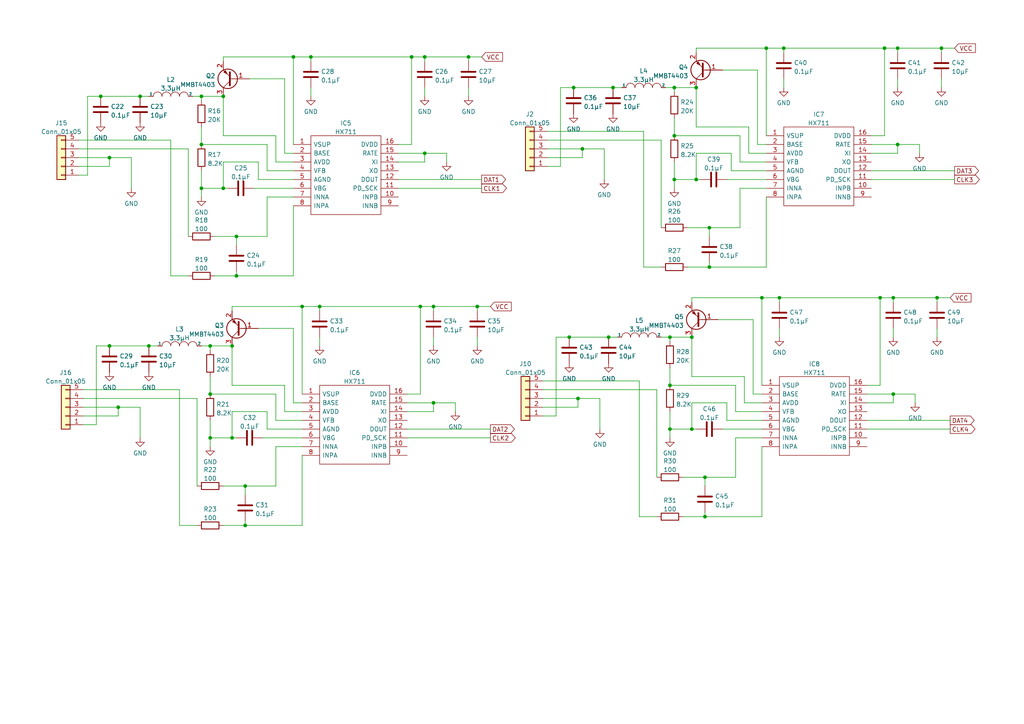
<source format=kicad_sch>
(kicad_sch (version 20211123) (generator eeschema)
  (paper "A4")
  (title_block (title "HX711") (date "2022-12-03") (rev "V0.1"))
  (lib_symbols
    (symbol "Connector_Generic:Conn_01x05" (pin_names (offset 1.016) hide)
      (property "Reference" "J" (at 0 7.62 0))
      (property "Value" "Conn_01x05" (at 0 -7.62 0))
      (symbol "Conn_01x05_1_1"
        (rectangle (start -1.27 -4.953) (end 0 -5.207) (stroke (width 0.1524)))
        (rectangle (start -1.27 -2.413) (end 0 -2.667) (stroke (width 0.1524)))
        (rectangle (start -1.27 0.127) (end 0 -0.127) (stroke (width 0.1524)))
        (rectangle (start -1.27 2.667) (end 0 2.413) (stroke (width 0.1524)))
        (rectangle (start -1.27 5.207) (end 0 4.953) (stroke (width 0.1524)))
        (rectangle (start -1.27 6.35) (end 1.27 -6.35) (stroke (width 0.254)) (fill (type background)))
        (pin passive line (at -5.08 5.08 0) (length 3.81) (name "Pin_1") (number "1"))
        (pin passive line (at -5.08 2.54 0) (length 3.81) (name "Pin_2") (number "2"))
        (pin passive line (at -5.08 0 0) (length 3.81) (name "Pin_3") (number "3"))
        (pin passive line (at -5.08 -2.54 0) (length 3.81) (name "Pin_4") (number "4"))
        (pin passive line (at -5.08 -5.08 0) (length 3.81) (name "Pin_5") (number "5"))
      )
    )
    (symbol "Device:C" (pin_numbers hide) (pin_names (offset 0.254))
      (property "Reference" "C" (at 0.635 2.54 0))
      (property "Value" "C" (at 0.635 -2.54 0))
      (symbol "C_0_1"
        (polyline (pts (xy -2.032 -0.762) (xy 2.032 -0.762)) (stroke (width 0.508)))
        (polyline (pts (xy -2.032 0.762) (xy 2.032 0.762)) (stroke (width 0.508)))
      )
      (symbol "C_1_1"
        (pin passive line (at 0 3.81 270) (length 2.794) (name "~") (number "1"))
        (pin passive line (at 0 -3.81 90) (length 2.794) (name "~") (number "2"))
      )
    )
    (symbol "Device:R" (pin_numbers hide) (pin_names (offset 0))
      (property "Reference" "R" (at 2.032 0 90))
      (property "Value" "R" (at 0 0 90))
      (symbol "R_0_1"
        (rectangle (start -1.016 -2.54) (end 1.016 2.54) (stroke (width 0.254)))
      )
      (symbol "R_1_1"
        (pin passive line (at 0 3.81 270) (length 1.27) (name "~") (number "1"))
        (pin passive line (at 0 -3.81 90) (length 1.27) (name "~") (number "2"))
      )
    )
    (symbol "HX711:HX711" (pin_names (offset 0.762))
      (property "Reference" "IC" (at 26.67 7.62 0))
      (property "Value" "HX711" (at 26.67 5.08 0))
      (symbol "HX711_0_0"
        (pin passive line (at 0 0 0) (length 5.08) (name "VSUP") (number "1"))
        (pin passive line (at 30.48 -15.24 180) (length 5.08) (name "INPB") (number "10"))
        (pin passive line (at 30.48 -12.7 180) (length 5.08) (name "PD_SCK") (number "11"))
        (pin passive line (at 30.48 -10.16 180) (length 5.08) (name "DOUT") (number "12"))
        (pin passive line (at 30.48 -7.62 180) (length 5.08) (name "XO") (number "13"))
        (pin passive line (at 30.48 -5.08 180) (length 5.08) (name "XI") (number "14"))
        (pin passive line (at 30.48 -2.54 180) (length 5.08) (name "RATE") (number "15"))
        (pin passive line (at 30.48 0 180) (length 5.08) (name "DVDD") (number "16"))
        (pin passive line (at 0 -2.54 0) (length 5.08) (name "BASE") (number "2"))
        (pin passive line (at 0 -5.08 0) (length 5.08) (name "AVDD") (number "3"))
        (pin passive line (at 0 -7.62 0) (length 5.08) (name "VFB") (number "4"))
        (pin passive line (at 0 -10.16 0) (length 5.08) (name "AGND") (number "5"))
        (pin passive line (at 0 -12.7 0) (length 5.08) (name "VBG") (number "6"))
        (pin passive line (at 0 -15.24 0) (length 5.08) (name "INNA") (number "7"))
        (pin passive line (at 0 -17.78 0) (length 5.08) (name "INPA") (number "8"))
        (pin passive line (at 30.48 -17.78 180) (length 5.08) (name "INNB") (number "9"))
      )
      (symbol "HX711_0_1"
        (polyline (pts (xy 5.08 2.54) (xy 25.4 2.54) (xy 25.4 -20.32) (xy 5.08 -20.32) (xy 5.08 2.54)) (stroke (width 0.1524)))
      )
    )
    (symbol "Transistor_BJT:MMBTA92" (pin_names (offset 0) hide)
      (property "Reference" "Q" (at 5.08 1.905 0))
      (property "Value" "MMBTA92" (at 5.08 0 0))
      (symbol "MMBTA92_0_1"
        (polyline (pts (xy 0 0) (xy 0.635 0)))
        (polyline (pts (xy 2.54 -2.54) (xy 0.635 -0.635)))
        (polyline (pts (xy 2.54 2.54) (xy 0.635 0.635)))
        (polyline (pts (xy 0.635 1.905) (xy 0.635 -1.905) (xy 0.635 -1.905)) (stroke (width 0.508)) (fill (type outline)))
        (polyline (pts (xy 1.905 -2.413) (xy 2.413 -1.905) (xy 1.397 -1.397) (xy 1.905 -2.413) (xy 1.905 -2.413)) (fill (type outline)))
        (circle (center 1.27 0) (radius 2.8194) (stroke (width 0.254)))
      )
      (symbol "MMBTA92_1_1"
        (pin input line (at -5.08 0 0) (length 5.08) (name "B") (number "1"))
        (pin passive line (at 2.54 -5.08 90) (length 2.54) (name "E") (number "2"))
        (pin passive line (at 2.54 5.08 270) (length 2.54) (name "C") (number "3"))
      )
    )
    (symbol "power:GND" (power) (pin_names (offset 0))
      (property "Value" "GND" (at 0 -3.81 0))
      (symbol "GND_0_1"
        (polyline (pts (xy 0 0) (xy 0 -1.27) (xy 1.27 -1.27) (xy 0 -2.54) (xy -1.27 -1.27) (xy 0 -1.27)))
      )
      (symbol "GND_1_1"
        (pin power_in line (at 0 0 270) (length 0) hide (name "GND") (number "1"))
      )
    )
    (symbol "pspice:INDUCTOR" (pin_numbers hide) (pin_names (offset 0))
      (property "Reference" "L" (at 0 2.54 0))
      (property "Value" "INDUCTOR" (at 0 -1.27 0))
      (symbol "INDUCTOR_0_1"
        (arc (start -2.54 0) (mid -3.81 1.27) (end -5.08 0))
        (arc (start 0 0) (mid -1.27 1.27) (end -2.54 0))
        (arc (start 2.54 0) (mid 1.27 1.27) (end 0 0))
        (arc (start 5.08 0) (mid 3.81 1.27) (end 2.54 0))
      )
      (symbol "INDUCTOR_1_1"
        (pin input line (at -6.35 0 0) (length 1.27) (name "1") (number "1"))
        (pin input line (at 6.35 0 180) (length 1.27) (name "2") (number "2"))
      )
    )
  )
  (junction (at 40.64 27.94))
  (junction (at 71.12 152.4))
  (junction (at 260.35 41.91))
  (junction (at 227.33 13.97))
  (junction (at 204.47 138.43))
  (junction (at 31.75 45.72))
  (junction (at 167.64 115.57))
  (junction (at 68.58 68.58))
  (junction (at 200.66 124.46))
  (junction (at 34.29 118.11))
  (junction (at 123.19 44.45))
  (junction (at 90.17 16.51))
  (junction (at 168.91 43.18))
  (junction (at 204.47 149.86))
  (junction (at 71.12 140.97))
  (junction (at 60.96 114.3))
  (junction (at 125.73 116.84))
  (junction (at 177.8 25.4))
  (junction (at 29.21 27.94))
  (junction (at 220.98 86.36))
  (junction (at 201.93 25.4))
  (junction (at 176.53 97.79))
  (junction (at 58.42 54.61))
  (junction (at 64.77 27.94))
  (junction (at 135.89 16.51))
  (junction (at 67.31 127))
  (junction (at 259.08 114.3))
  (junction (at 123.19 16.51))
  (junction (at 205.74 66.04))
  (junction (at 205.74 77.47))
  (junction (at 64.77 54.61))
  (junction (at 195.58 25.4))
  (junction (at 260.35 13.97))
  (junction (at 226.06 86.36))
  (junction (at 138.43 88.9))
  (junction (at 271.78 86.36))
  (junction (at 87.63 88.9))
  (junction (at 121.92 88.9))
  (junction (at 259.08 86.36))
  (junction (at 92.71 88.9))
  (junction (at 166.37 25.4))
  (junction (at 125.73 88.9))
  (junction (at 194.31 111.76))
  (junction (at 165.1 97.79))
  (junction (at 255.27 86.36))
  (junction (at 195.58 39.37))
  (junction (at 119.38 16.51))
  (junction (at 43.18 100.33))
  (junction (at 60.96 100.33))
  (junction (at 273.05 13.97))
  (junction (at 195.58 52.07))
  (junction (at 194.31 124.46))
  (junction (at 58.42 27.94))
  (junction (at 201.93 52.07))
  (junction (at 58.42 41.91))
  (junction (at 60.96 127))
  (junction (at 222.25 13.97))
  (junction (at 194.31 97.79))
  (junction (at 256.54 13.97))
  (junction (at 200.66 97.79))
  (junction (at 31.75 100.33))
  (junction (at 67.31 100.33))
  (junction (at 85.09 16.51))
  (junction (at 68.58 80.01))
  (wire (pts (xy 259.08 86.36) (xy 271.78 86.36)))
  (wire (pts (xy 135.89 16.51) (xy 139.7 16.51)))
  (wire (pts (xy 77.47 41.91) (xy 58.42 41.91)))
  (wire (pts (xy 251.46 116.84) (xy 259.08 116.84)))
  (wire (pts (xy 259.08 114.3) (xy 259.08 116.84)))
  (wire (pts (xy 190.5 138.43) (xy 190.5 113.03)))
  (wire (pts (xy 205.74 77.47) (xy 222.25 77.47)))
  (wire (pts (xy 67.31 90.17) (xy 67.31 88.9)))
  (wire (pts (xy 168.91 43.18) (xy 158.75 43.18)))
  (wire (pts (xy 71.12 140.97) (xy 71.12 143.51)))
  (wire (pts (xy 175.26 43.18) (xy 168.91 43.18)))
  (wire (pts (xy 213.36 119.38) (xy 213.36 111.76)))
  (wire (pts (xy 67.31 100.33) (xy 67.31 111.76)))
  (wire (pts (xy 220.98 149.86) (xy 220.98 129.54)))
  (wire (pts (xy 58.42 36.83) (xy 58.42 41.91)))
  (wire (pts (xy 92.71 88.9) (xy 121.92 88.9)))
  (wire (pts (xy 29.21 27.94) (xy 40.64 27.94)))
  (wire (pts (xy 71.12 151.13) (xy 71.12 152.4)))
  (wire (pts (xy 195.58 52.07) (xy 195.58 54.61)))
  (wire (pts (xy 186.69 38.1) (xy 186.69 77.47)))
  (wire (pts (xy 214.63 66.04) (xy 214.63 54.61)))
  (wire (pts (xy 60.96 121.92) (xy 60.96 127)))
  (wire (pts (xy 213.36 111.76) (xy 194.31 111.76)))
  (wire (pts (xy 177.8 25.4) (xy 180.34 25.4)))
  (wire (pts (xy 87.63 88.9) (xy 87.63 114.3)))
  (wire (pts (xy 195.58 46.99) (xy 195.58 52.07)))
  (wire (pts (xy 115.57 54.61) (xy 139.7 54.61)))
  (wire (pts (xy 195.58 26.67) (xy 195.58 25.4)))
  (wire (pts (xy 138.43 88.9) (xy 142.24 88.9)))
  (wire (pts (xy 73.66 54.61) (xy 85.09 54.61)))
  (wire (pts (xy 176.53 97.79) (xy 179.07 97.79)))
  (wire (pts (xy 252.73 49.53) (xy 276.86 49.53)))
  (wire (pts (xy 220.98 119.38) (xy 213.36 119.38)))
  (wire (pts (xy 205.74 66.04) (xy 205.74 68.58)))
  (wire (pts (xy 200.66 86.36) (xy 220.98 86.36)))
  (wire (pts (xy 80.01 46.99) (xy 85.09 46.99)))
  (wire (pts (xy 123.19 16.51) (xy 123.19 17.78)))
  (wire (pts (xy 31.75 48.26) (xy 31.75 45.72)))
  (wire (pts (xy 119.38 41.91) (xy 115.57 41.91)))
  (wire (pts (xy 54.61 43.18) (xy 22.86 43.18)))
  (wire (pts (xy 191.77 97.79) (xy 194.31 97.79)))
  (wire (pts (xy 226.06 86.36) (xy 255.27 86.36)))
  (wire (pts (xy 255.27 86.36) (xy 259.08 86.36)))
  (wire (pts (xy 82.55 119.38) (xy 87.63 119.38)))
  (wire (pts (xy 67.31 119.38) (xy 77.47 119.38)))
  (wire (pts (xy 201.93 25.4) (xy 201.93 36.83)))
  (wire (pts (xy 74.93 95.25) (xy 85.09 95.25)))
  (wire (pts (xy 227.33 13.97) (xy 227.33 15.24)))
  (wire (pts (xy 64.77 27.94) (xy 64.77 39.37)))
  (wire (pts (xy 71.12 152.4) (xy 87.63 152.4)))
  (wire (pts (xy 60.96 100.33) (xy 67.31 100.33)))
  (wire (pts (xy 205.74 76.2) (xy 205.74 77.47)))
  (wire (pts (xy 58.42 54.61) (xy 64.77 54.61)))
  (wire (pts (xy 173.99 124.46) (xy 173.99 115.57)))
  (wire (pts (xy 90.17 16.51) (xy 119.38 16.51)))
  (wire (pts (xy 34.29 118.11) (xy 24.13 118.11)))
  (wire (pts (xy 80.01 114.3) (xy 60.96 114.3)))
  (wire (pts (xy 67.31 88.9) (xy 87.63 88.9)))
  (wire (pts (xy 123.19 25.4) (xy 123.19 27.94)))
  (wire (pts (xy 210.82 116.84) (xy 210.82 121.92)))
  (wire (pts (xy 266.7 41.91) (xy 266.7 44.45)))
  (wire (pts (xy 220.98 86.36) (xy 226.06 86.36)))
  (wire (pts (xy 125.73 88.9) (xy 125.73 90.17)))
  (wire (pts (xy 226.06 95.25) (xy 226.06 97.79)))
  (wire (pts (xy 209.55 124.46) (xy 220.98 124.46)))
  (wire (pts (xy 92.71 88.9) (xy 92.71 90.17)))
  (wire (pts (xy 119.38 16.51) (xy 123.19 16.51)))
  (wire (pts (xy 80.01 129.54) (xy 87.63 129.54)))
  (wire (pts (xy 218.44 92.71) (xy 218.44 114.3)))
  (wire (pts (xy 260.35 41.91) (xy 260.35 44.45)))
  (wire (pts (xy 87.63 121.92) (xy 80.01 121.92)))
  (wire (pts (xy 49.53 40.64) (xy 49.53 80.01)))
  (wire (pts (xy 55.88 27.94) (xy 58.42 27.94)))
  (wire (pts (xy 201.93 52.07) (xy 201.93 44.45)))
  (wire (pts (xy 157.48 118.11) (xy 167.64 118.11)))
  (wire (pts (xy 40.64 127) (xy 40.64 118.11)))
  (wire (pts (xy 58.42 27.94) (xy 64.77 27.94)))
  (wire (pts (xy 220.98 86.36) (xy 220.98 111.76)))
  (wire (pts (xy 260.35 13.97) (xy 273.05 13.97)))
  (wire (pts (xy 227.33 22.86) (xy 227.33 25.4)))
  (wire (pts (xy 132.08 116.84) (xy 132.08 119.38)))
  (wire (pts (xy 27.94 123.19) (xy 24.13 123.19)))
  (wire (pts (xy 215.9 109.22) (xy 215.9 116.84)))
  (wire (pts (xy 68.58 68.58) (xy 68.58 71.12)))
  (wire (pts (xy 255.27 86.36) (xy 255.27 111.76)))
  (wire (pts (xy 123.19 16.51) (xy 135.89 16.51)))
  (wire (pts (xy 82.55 22.86) (xy 82.55 44.45)))
  (wire (pts (xy 58.42 54.61) (xy 58.42 57.15)))
  (wire (pts (xy 273.05 13.97) (xy 276.86 13.97)))
  (wire (pts (xy 204.47 149.86) (xy 220.98 149.86)))
  (wire (pts (xy 190.5 113.03) (xy 157.48 113.03)))
  (wire (pts (xy 162.56 25.4) (xy 166.37 25.4)))
  (wire (pts (xy 222.25 41.91) (xy 219.71 41.91)))
  (wire (pts (xy 256.54 13.97) (xy 260.35 13.97)))
  (wire (pts (xy 271.78 86.36) (xy 271.78 87.63)))
  (wire (pts (xy 138.43 88.9) (xy 138.43 90.17)))
  (wire (pts (xy 200.66 97.79) (xy 200.66 109.22)))
  (wire (pts (xy 68.58 80.01) (xy 85.09 80.01)))
  (wire (pts (xy 85.09 95.25) (xy 85.09 116.84)))
  (wire (pts (xy 67.31 111.76) (xy 82.55 111.76)))
  (wire (pts (xy 64.77 152.4) (xy 71.12 152.4)))
  (wire (pts (xy 195.58 34.29) (xy 195.58 39.37)))
  (wire (pts (xy 222.25 46.99) (xy 214.63 46.99)))
  (wire (pts (xy 74.93 52.07) (xy 85.09 52.07)))
  (wire (pts (xy 203.2 52.07) (xy 201.93 52.07)))
  (wire (pts (xy 68.58 127) (xy 67.31 127)))
  (wire (pts (xy 92.71 97.79) (xy 92.71 100.33)))
  (wire (pts (xy 214.63 39.37) (xy 195.58 39.37)))
  (wire (pts (xy 85.09 16.51) (xy 90.17 16.51)))
  (wire (pts (xy 135.89 16.51) (xy 135.89 17.78)))
  (wire (pts (xy 251.46 114.3) (xy 259.08 114.3)))
  (wire (pts (xy 118.11 127) (xy 142.24 127)))
  (wire (pts (xy 60.96 101.6) (xy 60.96 100.33)))
  (wire (pts (xy 25.4 27.94) (xy 29.21 27.94)))
  (wire (pts (xy 80.01 140.97) (xy 71.12 140.97)))
  (wire (pts (xy 260.35 41.91) (xy 266.7 41.91)))
  (wire (pts (xy 252.73 41.91) (xy 260.35 41.91)))
  (wire (pts (xy 80.01 140.97) (xy 80.01 129.54)))
  (wire (pts (xy 212.09 49.53) (xy 222.25 49.53)))
  (wire (pts (xy 185.42 110.49) (xy 185.42 149.86)))
  (wire (pts (xy 64.77 16.51) (xy 85.09 16.51)))
  (wire (pts (xy 256.54 39.37) (xy 252.73 39.37)))
  (wire (pts (xy 60.96 127) (xy 67.31 127)))
  (wire (pts (xy 40.64 27.94) (xy 43.18 27.94)))
  (wire (pts (xy 200.66 116.84) (xy 210.82 116.84)))
  (wire (pts (xy 52.07 113.03) (xy 52.07 152.4)))
  (wire (pts (xy 62.23 68.58) (xy 68.58 68.58)))
  (wire (pts (xy 76.2 127) (xy 87.63 127)))
  (wire (pts (xy 60.96 109.22) (xy 60.96 114.3)))
  (wire (pts (xy 157.48 110.49) (xy 185.42 110.49)))
  (wire (pts (xy 118.11 124.46) (xy 142.24 124.46)))
  (wire (pts (xy 273.05 13.97) (xy 273.05 15.24)))
  (wire (pts (xy 40.64 118.11) (xy 34.29 118.11)))
  (wire (pts (xy 85.09 49.53) (xy 77.47 49.53)))
  (wire (pts (xy 85.09 16.51) (xy 85.09 41.91)))
  (wire (pts (xy 226.06 86.36) (xy 226.06 87.63)))
  (wire (pts (xy 217.17 44.45) (xy 222.25 44.45)))
  (wire (pts (xy 199.39 66.04) (xy 205.74 66.04)))
  (wire (pts (xy 87.63 152.4) (xy 87.63 132.08)))
  (wire (pts (xy 80.01 39.37) (xy 80.01 46.99)))
  (wire (pts (xy 213.36 127) (xy 220.98 127)))
  (wire (pts (xy 214.63 66.04) (xy 205.74 66.04)))
  (wire (pts (xy 66.04 54.61) (xy 64.77 54.61)))
  (wire (pts (xy 31.75 100.33) (xy 43.18 100.33)))
  (wire (pts (xy 256.54 13.97) (xy 256.54 39.37)))
  (wire (pts (xy 161.29 120.65) (xy 157.48 120.65)))
  (wire (pts (xy 194.31 119.38) (xy 194.31 124.46)))
  (wire (pts (xy 251.46 124.46) (xy 275.59 124.46)))
  (wire (pts (xy 77.47 49.53) (xy 77.47 41.91)))
  (wire (pts (xy 158.75 38.1) (xy 186.69 38.1)))
  (wire (pts (xy 85.09 44.45) (xy 82.55 44.45)))
  (wire (pts (xy 220.98 114.3) (xy 218.44 114.3)))
  (wire (pts (xy 213.36 138.43) (xy 204.47 138.43)))
  (wire (pts (xy 38.1 45.72) (xy 31.75 45.72)))
  (wire (pts (xy 194.31 97.79) (xy 200.66 97.79)))
  (wire (pts (xy 195.58 52.07) (xy 201.93 52.07)))
  (wire (pts (xy 200.66 109.22) (xy 215.9 109.22)))
  (wire (pts (xy 204.47 148.59) (xy 204.47 149.86)))
  (wire (pts (xy 161.29 97.79) (xy 165.1 97.79)))
  (wire (pts (xy 49.53 80.01) (xy 54.61 80.01)))
  (wire (pts (xy 210.82 52.07) (xy 222.25 52.07)))
  (wire (pts (xy 64.77 39.37) (xy 80.01 39.37)))
  (wire (pts (xy 208.28 92.71) (xy 218.44 92.71)))
  (wire (pts (xy 90.17 25.4) (xy 90.17 27.94)))
  (wire (pts (xy 194.31 99.06) (xy 194.31 97.79)))
  (wire (pts (xy 34.29 120.65) (xy 34.29 118.11)))
  (wire (pts (xy 67.31 127) (xy 67.31 119.38)))
  (wire (pts (xy 68.58 78.74) (xy 68.58 80.01)))
  (wire (pts (xy 199.39 77.47) (xy 205.74 77.47)))
  (wire (pts (xy 125.73 97.79) (xy 125.73 100.33)))
  (wire (pts (xy 259.08 86.36) (xy 259.08 87.63)))
  (wire (pts (xy 222.25 13.97) (xy 222.25 39.37)))
  (wire (pts (xy 201.93 36.83) (xy 217.17 36.83)))
  (wire (pts (xy 194.31 124.46) (xy 200.66 124.46)))
  (wire (pts (xy 213.36 138.43) (xy 213.36 127)))
  (wire (pts (xy 82.55 111.76) (xy 82.55 119.38)))
  (wire (pts (xy 115.57 46.99) (xy 123.19 46.99)))
  (wire (pts (xy 64.77 17.78) (xy 64.77 16.51)))
  (wire (pts (xy 271.78 95.25) (xy 271.78 97.79)))
  (wire (pts (xy 215.9 116.84) (xy 220.98 116.84)))
  (wire (pts (xy 198.12 138.43) (xy 204.47 138.43)))
  (wire (pts (xy 64.77 46.99) (xy 74.93 46.99)))
  (wire (pts (xy 227.33 13.97) (xy 256.54 13.97)))
  (wire (pts (xy 222.25 13.97) (xy 227.33 13.97)))
  (wire (pts (xy 115.57 52.07) (xy 139.7 52.07)))
  (wire (pts (xy 90.17 16.51) (xy 90.17 17.78)))
  (wire (pts (xy 24.13 113.03) (xy 52.07 113.03)))
  (wire (pts (xy 80.01 121.92) (xy 80.01 114.3)))
  (wire (pts (xy 191.77 40.64) (xy 158.75 40.64)))
  (wire (pts (xy 77.47 124.46) (xy 87.63 124.46)))
  (wire (pts (xy 58.42 100.33) (xy 60.96 100.33)))
  (wire (pts (xy 158.75 45.72) (xy 168.91 45.72)))
  (wire (pts (xy 200.66 87.63) (xy 200.66 86.36)))
  (wire (pts (xy 52.07 152.4) (xy 57.15 152.4)))
  (wire (pts (xy 27.94 100.33) (xy 27.94 123.19)))
  (wire (pts (xy 62.23 80.01) (xy 68.58 80.01)))
  (wire (pts (xy 57.15 115.57) (xy 24.13 115.57)))
  (wire (pts (xy 259.08 114.3) (xy 265.43 114.3)))
  (wire (pts (xy 38.1 54.61) (xy 38.1 45.72)))
  (wire (pts (xy 87.63 116.84) (xy 85.09 116.84)))
  (wire (pts (xy 119.38 16.51) (xy 119.38 41.91)))
  (wire (pts (xy 195.58 25.4) (xy 201.93 25.4)))
  (wire (pts (xy 251.46 121.92) (xy 275.59 121.92)))
  (wire (pts (xy 204.47 138.43) (xy 204.47 140.97)))
  (wire (pts (xy 58.42 29.21) (xy 58.42 27.94)))
  (wire (pts (xy 161.29 97.79) (xy 161.29 120.65)))
  (wire (pts (xy 162.56 48.26) (xy 158.75 48.26)))
  (wire (pts (xy 214.63 54.61) (xy 222.25 54.61)))
  (wire (pts (xy 60.96 127) (xy 60.96 129.54)))
  (wire (pts (xy 85.09 80.01) (xy 85.09 59.69)))
  (wire (pts (xy 168.91 45.72) (xy 168.91 43.18)))
  (wire (pts (xy 271.78 86.36) (xy 275.59 86.36)))
  (wire (pts (xy 201.93 15.24) (xy 201.93 13.97)))
  (wire (pts (xy 212.09 44.45) (xy 212.09 49.53)))
  (wire (pts (xy 118.11 116.84) (xy 125.73 116.84)))
  (wire (pts (xy 194.31 106.68) (xy 194.31 111.76)))
  (wire (pts (xy 200.66 124.46) (xy 200.66 116.84)))
  (wire (pts (xy 209.55 20.32) (xy 219.71 20.32)))
  (wire (pts (xy 201.93 44.45) (xy 212.09 44.45)))
  (wire (pts (xy 115.57 44.45) (xy 123.19 44.45)))
  (wire (pts (xy 162.56 25.4) (xy 162.56 48.26)))
  (wire (pts (xy 123.19 44.45) (xy 129.54 44.45)))
  (wire (pts (xy 64.77 140.97) (xy 71.12 140.97)))
  (wire (pts (xy 210.82 121.92) (xy 220.98 121.92)))
  (wire (pts (xy 260.35 13.97) (xy 260.35 15.24)))
  (wire (pts (xy 74.93 46.99) (xy 74.93 52.07)))
  (wire (pts (xy 125.73 116.84) (xy 125.73 119.38)))
  (wire (pts (xy 222.25 77.47) (xy 222.25 57.15)))
  (wire (pts (xy 167.64 118.11) (xy 167.64 115.57)))
  (wire (pts (xy 58.42 49.53) (xy 58.42 54.61)))
  (wire (pts (xy 166.37 25.4) (xy 177.8 25.4)))
  (wire (pts (xy 129.54 44.45) (xy 129.54 46.99)))
  (wire (pts (xy 175.26 52.07) (xy 175.26 43.18)))
  (wire (pts (xy 201.93 124.46) (xy 200.66 124.46)))
  (wire (pts (xy 87.63 88.9) (xy 92.71 88.9)))
  (wire (pts (xy 57.15 140.97) (xy 57.15 115.57)))
  (wire (pts (xy 135.89 25.4) (xy 135.89 27.94)))
  (wire (pts (xy 165.1 97.79) (xy 176.53 97.79)))
  (wire (pts (xy 77.47 68.58) (xy 68.58 68.58)))
  (wire (pts (xy 24.13 120.65) (xy 34.29 120.65)))
  (wire (pts (xy 125.73 116.84) (xy 132.08 116.84)))
  (wire (pts (xy 260.35 22.86) (xy 260.35 25.4)))
  (wire (pts (xy 31.75 45.72) (xy 22.86 45.72)))
  (wire (pts (xy 77.47 68.58) (xy 77.47 57.15)))
  (wire (pts (xy 27.94 100.33) (xy 31.75 100.33)))
  (wire (pts (xy 217.17 36.83) (xy 217.17 44.45)))
  (wire (pts (xy 125.73 88.9) (xy 138.43 88.9)))
  (wire (pts (xy 198.12 149.86) (xy 204.47 149.86)))
  (wire (pts (xy 185.42 149.86) (xy 190.5 149.86)))
  (wire (pts (xy 123.19 44.45) (xy 123.19 46.99)))
  (wire (pts (xy 22.86 48.26) (xy 31.75 48.26)))
  (wire (pts (xy 252.73 52.07) (xy 276.86 52.07)))
  (wire (pts (xy 121.92 114.3) (xy 118.11 114.3)))
  (wire (pts (xy 255.27 111.76) (xy 251.46 111.76)))
  (wire (pts (xy 22.86 40.64) (xy 49.53 40.64)))
  (wire (pts (xy 273.05 22.86) (xy 273.05 25.4)))
  (wire (pts (xy 72.39 22.86) (xy 82.55 22.86)))
  (wire (pts (xy 138.43 97.79) (xy 138.43 100.33)))
  (wire (pts (xy 43.18 100.33) (xy 45.72 100.33)))
  (wire (pts (xy 25.4 50.8) (xy 22.86 50.8)))
  (wire (pts (xy 191.77 66.04) (xy 191.77 40.64)))
  (wire (pts (xy 252.73 44.45) (xy 260.35 44.45)))
  (wire (pts (xy 265.43 114.3) (xy 265.43 116.84)))
  (wire (pts (xy 219.71 20.32) (xy 219.71 41.91)))
  (wire (pts (xy 121.92 88.9) (xy 121.92 114.3)))
  (wire (pts (xy 214.63 46.99) (xy 214.63 39.37)))
  (wire (pts (xy 54.61 68.58) (xy 54.61 43.18)))
  (wire (pts (xy 118.11 119.38) (xy 125.73 119.38)))
  (wire (pts (xy 64.77 54.61) (xy 64.77 46.99)))
  (wire (pts (xy 121.92 88.9) (xy 125.73 88.9)))
  (wire (pts (xy 77.47 57.15) (xy 85.09 57.15)))
  (wire (pts (xy 25.4 27.94) (xy 25.4 50.8)))
  (wire (pts (xy 173.99 115.57) (xy 167.64 115.57)))
  (wire (pts (xy 77.47 119.38) (xy 77.47 124.46)))
  (wire (pts (xy 194.31 124.46) (xy 194.31 127)))
  (wire (pts (xy 201.93 13.97) (xy 222.25 13.97)))
  (wire (pts (xy 193.04 25.4) (xy 195.58 25.4)))
  (wire (pts (xy 259.08 95.25) (xy 259.08 97.79)))
  (wire (pts (xy 186.69 77.47) (xy 191.77 77.47)))
  (wire (pts (xy 167.64 115.57) (xy 157.48 115.57)))
  (global_label "CLK1" (shape output) (at 139.7 54.61 0) (property "Intersheet References" "${INTERSHEET_REFS}" (effects hide)))
  (global_label "DAT1" (shape output) (at 139.7 52.07 0) (property "Intersheet References" "${INTERSHEET_REFS}" (effects hide)))
  (global_label "CLK2" (shape output) (at 142.24 127 0) (property "Intersheet References" "${INTERSHEET_REFS}" (effects hide)))
  (global_label "VCC" (shape input) (at 276.86 13.97 0) (property "Intersheet References" "${INTERSHEET_REFS}" (effects hide)))
  (global_label "VCC" (shape input) (at 275.59 86.36 0) (property "Intersheet References" "${INTERSHEET_REFS}" (effects hide)))
  (global_label "VCC" (shape input) (at 139.7 16.51 0) (property "Intersheet References" "${INTERSHEET_REFS}" (effects hide)))
  (global_label "DAT2" (shape output) (at 142.24 124.46 0) (property "Intersheet References" "${INTERSHEET_REFS}" (effects hide)))
  (global_label "VCC" (shape input) (at 142.24 88.9 0) (property "Intersheet References" "${INTERSHEET_REFS}" (effects hide)))
  (global_label "DAT4" (shape output) (at 275.59 121.92 0) (property "Intersheet References" "${INTERSHEET_REFS}" (effects hide)))
  (global_label "CLK3" (shape output) (at 276.86 52.07 0) (property "Intersheet References" "${INTERSHEET_REFS}" (effects hide)))
  (global_label "DAT3" (shape output) (at 276.86 49.53 0) (property "Intersheet References" "${INTERSHEET_REFS}" (effects hide)))
  (global_label "CLK4" (shape output) (at 275.59 124.46 0) (property "Intersheet References" "${INTERSHEET_REFS}" (effects hide)))
  (symbol (lib_id "power:GND") (at 259.08 97.79 0) (unit 1)
    (property "Reference" "#PWR0189" (effects hide))
    (property "Value" "GND" (at 259.08 102.2334 0))
  )
  (symbol (lib_id "Device:C") (at 29.21 31.75 0) (unit 1)
    (property "Reference" "C22" (at 32.131 30.9153 0) (effects (justify left)))
    (property "Value" "0.1µF" (at 32.131 33.4522 0) (effects (justify left)))
    (property "Footprint" "Capacitor_SMD:C_0603_1608Metric" (effects hide))
  )
  (symbol (lib_id "Device:C") (at 165.1 101.6 0) (unit 1)
    (property "Reference" "C43" (at 168.021 100.7653 0) (effects (justify left)))
    (property "Value" "0.1µF" (at 168.021 103.3022 0) (effects (justify left)))
    (property "Footprint" "Capacitor_SMD:C_0603_1608Metric" (effects hide))
  )
  (symbol (lib_id "Device:R") (at 194.31 102.87 0) (unit 1)
    (property "Reference" "R28" (at 196.088 102.0353 0) (effects (justify left)))
    (property "Value" "20K" (at 196.088 104.5722 0) (effects (justify left)))
    (property "Footprint" "Resistor_SMD:R_0603_1608Metric" (effects hide))
  )
  (symbol (lib_id "Device:C") (at 259.08 91.44 0) (unit 1)
    (property "Reference" "C48" (at 262.001 90.6053 0) (effects (justify left)))
    (property "Value" "0.1µF" (at 262.001 93.1422 0) (effects (justify left)))
    (property "Footprint" "Capacitor_SMD:C_0603_1608Metric" (effects hide))
  )
  (symbol (lib_id "Transistor_BJT:MMBTA92") (at 204.47 20.32 180) (unit 1)
    (property "Reference" "Q4" (at 199.6186 19.4853 0) (effects (justify left)))
    (property "Value" "MMBT4403" (at 199.6186 22.0222 0) (effects (justify left)))
    (property "Footprint" "Package_TO_SOT_SMD:SOT-23" (effects hide))
    (property "Datasheet" "https://www.onsemi.com/pub/Collateral/MMBTA92LT1-D.PDF" (effects hide))
  )
  (symbol (lib_id "power:GND") (at 31.75 107.95 0) (unit 1)
    (property "Reference" "#PWR0180" (effects hide))
    (property "Value" "GND" (at 31.75 112.3934 0))
  )
  (symbol (lib_id "power:GND") (at 60.96 129.54 0) (unit 1)
    (property "Reference" "#PWR0178" (effects hide))
    (property "Value" "GND" (at 60.96 133.9834 0))
  )
  (symbol (lib_id "power:GND") (at 29.21 35.56 0) (unit 1)
    (property "Reference" "#PWR0170" (effects hide))
    (property "Value" "GND" (at 29.21 40.0034 0))
  )
  (symbol (lib_id "Device:R") (at 195.58 30.48 0) (unit 1)
    (property "Reference" "R24" (at 197.358 29.6453 0) (effects (justify left)))
    (property "Value" "20K" (at 197.358 32.1822 0) (effects (justify left)))
    (property "Footprint" "Resistor_SMD:R_0603_1608Metric" (effects hide))
  )
  (symbol (lib_id "Transistor_BJT:MMBTA92") (at 203.2 92.71 180) (unit 1)
    (property "Reference" "Q5" (at 198.3486 91.8753 0) (effects (justify left)))
    (property "Value" "MMBT4403" (at 198.3486 94.4122 0) (effects (justify left)))
    (property "Footprint" "Package_TO_SOT_SMD:SOT-23" (effects hide))
    (property "Datasheet" "https://www.onsemi.com/pub/Collateral/MMBTA92LT1-D.PDF" (effects hide))
  )
  (symbol (lib_id "Device:C") (at 227.33 19.05 0) (unit 1)
    (property "Reference" "C40" (at 230.251 18.2153 0) (effects (justify left)))
    (property "Value" "0.1µF" (at 230.251 20.7522 0) (effects (justify left)))
    (property "Footprint" "Capacitor_SMD:C_0603_1608Metric" (effects hide))
  )
  (symbol (lib_id "Device:C") (at 207.01 52.07 90) (unit 1)
    (property "Reference" "C39" (at 207.01 46.2112 90))
    (property "Value" "0.1µF" (at 207.01 48.7481 90))
    (property "Footprint" "Capacitor_SMD:C_0603_1608Metric" (effects hide))
  )
  (symbol (lib_id "Device:C") (at 71.12 147.32 0) (unit 1)
    (property "Reference" "C31" (at 74.041 146.4853 0) (effects (justify left)))
    (property "Value" "0.1µF" (at 74.041 149.0222 0) (effects (justify left)))
    (property "Footprint" "Capacitor_SMD:C_0603_1608Metric" (effects hide))
  )
  (symbol (lib_id "pspice:INDUCTOR") (at 52.07 100.33 0) (unit 1)
    (property "Reference" "L3" (at 52.07 95.4872 0))
    (property "Value" "3.3µH" (at 52.07 98.0241 0))
    (property "Footprint" "Inductor_SMD:L_0603_1608Metric" (effects hide))
  )
  (symbol (lib_id "power:GND") (at 226.06 97.79 0) (unit 1)
    (property "Reference" "#PWR0187" (effects hide))
    (property "Value" "GND" (at 226.06 102.2334 0))
  )
  (symbol (lib_id "power:GND") (at 123.19 27.94 0) (unit 1)
    (property "Reference" "#PWR0167" (effects hide))
    (property "Value" "GND" (at 123.19 32.3834 0))
  )
  (symbol (lib_id "pspice:INDUCTOR") (at 49.53 27.94 0) (unit 1)
    (property "Reference" "L2" (at 49.53 23.0972 0))
    (property "Value" "3.3µH" (at 49.53 25.6341 0))
    (property "Footprint" "Inductor_SMD:L_0603_1608Metric" (effects hide))
  )
  (symbol (lib_id "power:GND") (at 166.37 33.02 0) (unit 1)
    (property "Reference" "#PWR0139" (effects hide))
    (property "Value" "GND" (at 166.37 37.4634 0))
  )
  (symbol (lib_id "Device:C") (at 90.17 21.59 0) (unit 1)
    (property "Reference" "C28" (at 93.091 20.7553 0) (effects (justify left)))
    (property "Value" "0.1µF" (at 93.091 23.2922 0) (effects (justify left)))
    (property "Footprint" "Capacitor_SMD:C_0603_1608Metric" (effects hide))
  )
  (symbol (lib_id "Device:R") (at 60.96 152.4 270) (unit 1)
    (property "Reference" "R23" (at 60.96 147.6842 90))
    (property "Value" "100" (at 60.96 150.2211 90))
    (property "Footprint" "Resistor_SMD:R_0603_1608Metric" (effects hide))
  )
  (symbol (lib_id "Device:R") (at 58.42 68.58 270) (unit 1)
    (property "Reference" "R18" (at 58.42 63.8642 90))
    (property "Value" "100" (at 58.42 66.4011 90))
    (property "Footprint" "Resistor_SMD:R_0603_1608Metric" (effects hide))
  )
  (symbol (lib_id "Device:C") (at 135.89 21.59 0) (unit 1)
    (property "Reference" "C27" (at 138.811 20.7553 0) (effects (justify left)))
    (property "Value" "10µF" (at 138.811 23.2922 0) (effects (justify left)))
    (property "Footprint" "Capacitor_SMD:C_0805_2012Metric" (effects hide))
  )
  (symbol (lib_id "power:GND") (at 176.53 105.41 0) (unit 1)
    (property "Reference" "#PWR0183" (effects hide))
    (property "Value" "GND" (at 176.53 109.8534 0))
  )
  (symbol (lib_id "Device:C") (at 177.8 29.21 0) (unit 1)
    (property "Reference" "C37" (at 180.721 28.3753 0) (effects (justify left)))
    (property "Value" "10µF" (at 180.721 30.9122 0) (effects (justify left)))
    (property "Footprint" "Capacitor_SMD:C_0805_2012Metric" (effects hide))
  )
  (symbol (lib_id "Connector_Generic:Conn_01x05") (at 153.67 43.18 180) (unit 1)
    (property "Reference" "J2" (at 153.67 33.1302 0))
    (property "Value" "Conn_01x05" (at 153.67 35.6671 0))
    (property "Footprint" "Empreintes:connecteurs5" (effects hide))
  )
  (symbol (lib_id "Device:R") (at 194.31 138.43 270) (unit 1)
    (property "Reference" "R30" (at 194.31 133.7142 90))
    (property "Value" "100" (at 194.31 136.2511 90))
    (property "Footprint" "Resistor_SMD:R_0603_1608Metric" (effects hide))
  )
  (symbol (lib_id "power:GND") (at 40.64 35.56 0) (unit 1)
    (property "Reference" "#PWR0171" (effects hide))
    (property "Value" "GND" (at 40.64 40.0034 0))
  )
  (symbol (lib_id "Device:R") (at 60.96 118.11 0) (unit 1)
    (property "Reference" "R21" (at 62.738 117.2753 0) (effects (justify left)))
    (property "Value" "8.2K" (at 62.738 119.8122 0) (effects (justify left)))
    (property "Footprint" "Resistor_SMD:R_0603_1608Metric" (effects hide))
  )
  (symbol (lib_id "pspice:INDUCTOR") (at 185.42 97.79 0) (unit 1)
    (property "Reference" "L5" (at 185.42 92.9472 0))
    (property "Value" "3.3µH" (at 185.42 95.4841 0))
    (property "Footprint" "Inductor_SMD:L_0603_1608Metric" (effects hide))
  )
  (symbol (lib_id "Connector_Generic:Conn_01x05") (at 17.78 45.72 180) (unit 1)
    (property "Reference" "J15" (at 17.78 35.6702 0))
    (property "Value" "Conn_01x05" (at 17.78 38.2071 0))
    (property "Footprint" "Empreintes:connecteurs5" (effects hide))
  )
  (symbol (lib_id "power:GND") (at 40.64 127 0) (unit 1)
    (property "Reference" "#PWR0179" (effects hide))
    (property "Value" "GND" (at 40.64 131.4434 0))
  )
  (symbol (lib_id "HX711:HX711") (at 87.63 114.3 0) (unit 1)
    (property "Reference" "IC6" (at 102.87 108.111 0))
    (property "Value" "HX711" (at 102.87 110.6479 0))
    (property "Footprint" "Empreintes:SOIC127P600X160-16N" (effects hide))
    (property "Datasheet" "https://cdn.sparkfun.com/datasheets/Sensors/ForceFlex/hx711_english.pdf" (effects hide))
    (property "Description" "24-Bit Analog-to-Digital Converter (ADC) for Weigh Scale" (effects hide))
    (property "Height" "1.6" (effects hide))
    (property "Manufacturer_Name" "AVIA Semiconductor" (effects hide))
    (property "Manufacturer_Part_Number" "HX711" (effects hide))
  )
  (symbol (lib_id "power:GND") (at 194.31 127 0) (unit 1)
    (property "Reference" "#PWR0184" (effects hide))
    (property "Value" "GND" (at 194.31 131.4434 0))
  )
  (symbol (lib_id "Device:R") (at 195.58 66.04 270) (unit 1)
    (property "Reference" "R26" (at 195.58 61.3242 90))
    (property "Value" "100" (at 195.58 63.8611 90))
    (property "Footprint" "Resistor_SMD:R_0603_1608Metric" (effects hide))
  )
  (symbol (lib_id "power:GND") (at 175.26 52.07 0) (unit 1)
    (property "Reference" "#PWR0147" (effects hide))
    (property "Value" "GND" (at 175.26 56.5134 0))
  )
  (symbol (lib_id "Device:C") (at 92.71 93.98 0) (unit 1)
    (property "Reference" "C33" (at 95.631 93.1453 0) (effects (justify left)))
    (property "Value" "0.1µF" (at 95.631 95.6822 0) (effects (justify left)))
    (property "Footprint" "Capacitor_SMD:C_0603_1608Metric" (effects hide))
  )
  (symbol (lib_id "power:GND") (at 129.54 46.99 0) (unit 1)
    (property "Reference" "#PWR0169" (effects hide))
    (property "Value" "GND" (at 129.54 51.4334 0))
  )
  (symbol (lib_id "Device:C") (at 205.74 72.39 0) (unit 1)
    (property "Reference" "C38" (at 208.661 71.5553 0) (effects (justify left)))
    (property "Value" "0.1µF" (at 208.661 74.0922 0) (effects (justify left)))
    (property "Footprint" "Capacitor_SMD:C_0603_1608Metric" (effects hide))
  )
  (symbol (lib_id "pspice:INDUCTOR") (at 186.69 25.4 0) (unit 1)
    (property "Reference" "L4" (at 186.69 20.5572 0))
    (property "Value" "3.3µH" (at 186.69 23.0941 0))
    (property "Footprint" "Inductor_SMD:L_0603_1608Metric" (effects hide))
  )
  (symbol (lib_id "Connector_Generic:Conn_01x05") (at 152.4 115.57 180) (unit 1)
    (property "Reference" "J10" (at 152.4 105.5202 0))
    (property "Value" "Conn_01x05" (at 152.4 108.0571 0))
    (property "Footprint" "Empreintes:connecteurs5" (effects hide))
  )
  (symbol (lib_id "Device:R") (at 195.58 43.18 0) (unit 1)
    (property "Reference" "R25" (at 197.358 42.3453 0) (effects (justify left)))
    (property "Value" "8.2K" (at 197.358 44.8822 0) (effects (justify left)))
    (property "Footprint" "Resistor_SMD:R_0603_1608Metric" (effects hide))
  )
  (symbol (lib_id "power:GND") (at 58.42 57.15 0) (unit 1)
    (property "Reference" "#PWR0166" (effects hide))
    (property "Value" "GND" (at 58.42 61.5934 0))
  )
  (symbol (lib_id "HX711:HX711") (at 220.98 111.76 0) (unit 1)
    (property "Reference" "IC8" (at 236.22 105.571 0))
    (property "Value" "HX711" (at 236.22 108.1079 0))
    (property "Footprint" "Empreintes:SOIC127P600X160-16N" (effects hide))
    (property "Datasheet" "https://cdn.sparkfun.com/datasheets/Sensors/ForceFlex/hx711_english.pdf" (effects hide))
    (property "Description" "24-Bit Analog-to-Digital Converter (ADC) for Weigh Scale" (effects hide))
    (property "Height" "1.6" (effects hide))
    (property "Manufacturer_Name" "AVIA Semiconductor" (effects hide))
    (property "Manufacturer_Part_Number" "HX711" (effects hide))
  )
  (symbol (lib_id "Device:R") (at 194.31 115.57 0) (unit 1)
    (property "Reference" "R29" (at 196.088 114.7353 0) (effects (justify left)))
    (property "Value" "8.2K" (at 196.088 117.2722 0) (effects (justify left)))
    (property "Footprint" "Resistor_SMD:R_0603_1608Metric" (effects hide))
  )
  (symbol (lib_id "Device:R") (at 58.42 33.02 0) (unit 1)
    (property "Reference" "R16" (at 60.198 32.1853 0) (effects (justify left)))
    (property "Value" "20K" (at 60.198 34.7222 0) (effects (justify left)))
    (property "Footprint" "Resistor_SMD:R_0603_1608Metric" (effects hide))
  )
  (symbol (lib_id "HX711:HX711") (at 222.25 39.37 0) (unit 1)
    (property "Reference" "IC7" (at 237.49 33.181 0))
    (property "Value" "HX711" (at 237.49 35.7179 0))
    (property "Footprint" "Empreintes:SOIC127P600X160-16N" (effects hide))
    (property "Datasheet" "https://cdn.sparkfun.com/datasheets/Sensors/ForceFlex/hx711_english.pdf" (effects hide))
    (property "Description" "24-Bit Analog-to-Digital Converter (ADC) for Weigh Scale" (effects hide))
    (property "Height" "1.6" (effects hide))
    (property "Manufacturer_Name" "AVIA Semiconductor" (effects hide))
    (property "Manufacturer_Part_Number" "HX711" (effects hide))
  )
  (symbol (lib_id "power:GND") (at 125.73 100.33 0) (unit 1)
    (property "Reference" "#PWR0174" (effects hide))
    (property "Value" "GND" (at 125.73 104.7734 0))
  )
  (symbol (lib_id "Device:C") (at 72.39 127 90) (unit 1)
    (property "Reference" "C32" (at 72.39 121.1412 90))
    (property "Value" "0.1µF" (at 72.39 123.6781 90))
    (property "Footprint" "Capacitor_SMD:C_0603_1608Metric" (effects hide))
  )
  (symbol (lib_id "Transistor_BJT:MMBTA92") (at 67.31 22.86 180) (unit 1)
    (property "Reference" "Q2" (at 62.4586 22.0253 0) (effects (justify left)))
    (property "Value" "MMBT4403" (at 62.4586 24.5622 0) (effects (justify left)))
    (property "Footprint" "Package_TO_SOT_SMD:SOT-23" (effects hide))
    (property "Datasheet" "https://www.onsemi.com/pub/Collateral/MMBTA92LT1-D.PDF" (effects hide))
  )
  (symbol (lib_id "Device:C") (at 69.85 54.61 90) (unit 1)
    (property "Reference" "C25" (at 69.85 48.7512 90))
    (property "Value" "0.1µF" (at 69.85 51.2881 90))
    (property "Footprint" "Capacitor_SMD:C_0603_1608Metric" (effects hide))
  )
  (symbol (lib_id "Transistor_BJT:MMBTA92") (at 69.85 95.25 180) (unit 1)
    (property "Reference" "Q3" (at 64.9986 94.4153 0) (effects (justify left)))
    (property "Value" "MMBT4403" (at 64.9986 96.9522 0) (effects (justify left)))
    (property "Footprint" "Package_TO_SOT_SMD:SOT-23" (effects hide))
    (property "Datasheet" "https://www.onsemi.com/pub/Collateral/MMBTA92LT1-D.PDF" (effects hide))
  )
  (symbol (lib_id "Device:C") (at 125.73 93.98 0) (unit 1)
    (property "Reference" "C34" (at 128.651 93.1453 0) (effects (justify left)))
    (property "Value" "0.1µF" (at 128.651 95.6822 0) (effects (justify left)))
    (property "Footprint" "Capacitor_SMD:C_0603_1608Metric" (effects hide))
  )
  (symbol (lib_id "power:GND") (at 271.78 97.79 0) (unit 1)
    (property "Reference" "#PWR0188" (effects hide))
    (property "Value" "GND" (at 271.78 102.2334 0))
  )
  (symbol (lib_id "HX711:HX711") (at 85.09 41.91 0) (unit 1)
    (property "Reference" "IC5" (at 100.33 35.721 0))
    (property "Value" "HX711" (at 100.33 38.2579 0))
    (property "Footprint" "Empreintes:SOIC127P600X160-16N" (effects hide))
    (property "Datasheet" "https://cdn.sparkfun.com/datasheets/Sensors/ForceFlex/hx711_english.pdf" (effects hide))
    (property "Description" "24-Bit Analog-to-Digital Converter (ADC) for Weigh Scale" (effects hide))
    (property "Height" "1.6" (effects hide))
    (property "Manufacturer_Name" "AVIA Semiconductor" (effects hide))
    (property "Manufacturer_Part_Number" "HX711" (effects hide))
  )
  (symbol (lib_id "power:GND") (at 273.05 25.4 0) (unit 1)
    (property "Reference" "#PWR0151" (effects hide))
    (property "Value" "GND" (at 273.05 29.8434 0))
  )
  (symbol (lib_id "Device:R") (at 58.42 45.72 0) (unit 1)
    (property "Reference" "R17" (at 60.198 44.8853 0) (effects (justify left)))
    (property "Value" "8.2K" (at 60.198 47.4222 0) (effects (justify left)))
    (property "Footprint" "Resistor_SMD:R_0603_1608Metric" (effects hide))
  )
  (symbol (lib_id "Device:R") (at 60.96 140.97 270) (unit 1)
    (property "Reference" "R22" (at 60.96 136.2542 90))
    (property "Value" "100" (at 60.96 138.7911 90))
    (property "Footprint" "Resistor_SMD:R_0603_1608Metric" (effects hide))
  )
  (symbol (lib_id "Device:C") (at 43.18 104.14 0) (unit 1)
    (property "Reference" "C30" (at 46.101 103.3053 0) (effects (justify left)))
    (property "Value" "10µF" (at 46.101 105.8422 0) (effects (justify left)))
    (property "Footprint" "Capacitor_SMD:C_0805_2012Metric" (effects hide))
  )
  (symbol (lib_id "power:GND") (at 43.18 107.95 0) (unit 1)
    (property "Reference" "#PWR0181" (effects hide))
    (property "Value" "GND" (at 43.18 112.3934 0))
  )
  (symbol (lib_id "Device:C") (at 138.43 93.98 0) (unit 1)
    (property "Reference" "C35" (at 141.351 93.1453 0) (effects (justify left)))
    (property "Value" "10µF" (at 141.351 95.6822 0) (effects (justify left)))
    (property "Footprint" "Capacitor_SMD:C_0805_2012Metric" (effects hide))
  )
  (symbol (lib_id "Device:C") (at 205.74 124.46 90) (unit 1)
    (property "Reference" "C46" (at 205.74 118.6012 90))
    (property "Value" "0.1µF" (at 205.74 121.1381 90))
    (property "Footprint" "Capacitor_SMD:C_0603_1608Metric" (effects hide))
  )
  (symbol (lib_id "Connector_Generic:Conn_01x05") (at 19.05 118.11 180) (unit 1)
    (property "Reference" "J16" (at 19.05 108.0602 0))
    (property "Value" "Conn_01x05" (at 19.05 110.5971 0))
    (property "Footprint" "Empreintes:connecteurs5" (effects hide))
  )
  (symbol (lib_id "power:GND") (at 260.35 25.4 0) (unit 1)
    (property "Reference" "#PWR0150" (effects hide))
    (property "Value" "GND" (at 260.35 29.8434 0))
  )
  (symbol (lib_id "power:GND") (at 195.58 54.61 0) (unit 1)
    (property "Reference" "#PWR0148" (effects hide))
    (property "Value" "GND" (at 195.58 59.0534 0))
  )
  (symbol (lib_id "Device:C") (at 226.06 91.44 0) (unit 1)
    (property "Reference" "C47" (at 228.981 90.6053 0) (effects (justify left)))
    (property "Value" "0.1µF" (at 228.981 93.1422 0) (effects (justify left)))
    (property "Footprint" "Capacitor_SMD:C_0603_1608Metric" (effects hide))
  )
  (symbol (lib_id "Device:C") (at 271.78 91.44 0) (unit 1)
    (property "Reference" "C49" (at 274.701 90.6053 0) (effects (justify left)))
    (property "Value" "10µF" (at 274.701 93.1422 0) (effects (justify left)))
    (property "Footprint" "Capacitor_SMD:C_0805_2012Metric" (effects hide))
  )
  (symbol (lib_id "power:GND") (at 138.43 100.33 0) (unit 1)
    (property "Reference" "#PWR0176" (effects hide))
    (property "Value" "GND" (at 138.43 104.7734 0))
  )
  (symbol (lib_id "Device:C") (at 166.37 29.21 0) (unit 1)
    (property "Reference" "C36" (at 169.291 28.3753 0) (effects (justify left)))
    (property "Value" "0.1µF" (at 169.291 30.9122 0) (effects (justify left)))
    (property "Footprint" "Capacitor_SMD:C_0603_1608Metric" (effects hide))
  )
  (symbol (lib_id "power:GND") (at 135.89 27.94 0) (unit 1)
    (property "Reference" "#PWR0168" (effects hide))
    (property "Value" "GND" (at 135.89 32.3834 0))
  )
  (symbol (lib_id "power:GND") (at 38.1 54.61 0) (unit 1)
    (property "Reference" "#PWR0172" (effects hide))
    (property "Value" "GND" (at 38.1 59.0534 0))
  )
  (symbol (lib_id "Device:C") (at 123.19 21.59 0) (unit 1)
    (property "Reference" "C26" (at 126.111 20.7553 0) (effects (justify left)))
    (property "Value" "0.1µF" (at 126.111 23.2922 0) (effects (justify left)))
    (property "Footprint" "Capacitor_SMD:C_0603_1608Metric" (effects hide))
  )
  (symbol (lib_id "Device:C") (at 273.05 19.05 0) (unit 1)
    (property "Reference" "C42" (at 275.971 18.2153 0) (effects (justify left)))
    (property "Value" "10µF" (at 275.971 20.7522 0) (effects (justify left)))
    (property "Footprint" "Capacitor_SMD:C_0805_2012Metric" (effects hide))
  )
  (symbol (lib_id "power:GND") (at 173.99 124.46 0) (unit 1)
    (property "Reference" "#PWR0185" (effects hide))
    (property "Value" "GND" (at 173.99 128.9034 0))
  )
  (symbol (lib_id "power:GND") (at 266.7 44.45 0) (unit 1)
    (property "Reference" "#PWR0149" (effects hide))
    (property "Value" "GND" (at 266.7 48.8934 0))
  )
  (symbol (lib_id "Device:C") (at 68.58 74.93 0) (unit 1)
    (property "Reference" "C24" (at 71.501 74.0953 0) (effects (justify left)))
    (property "Value" "0.1µF" (at 71.501 76.6322 0) (effects (justify left)))
    (property "Footprint" "Capacitor_SMD:C_0603_1608Metric" (effects hide))
  )
  (symbol (lib_id "power:GND") (at 265.43 116.84 0) (unit 1)
    (property "Reference" "#PWR0186" (effects hide))
    (property "Value" "GND" (at 265.43 121.2834 0))
  )
  (symbol (lib_id "Device:C") (at 176.53 101.6 0) (unit 1)
    (property "Reference" "C44" (at 179.451 100.7653 0) (effects (justify left)))
    (property "Value" "10µF" (at 179.451 103.3022 0) (effects (justify left)))
    (property "Footprint" "Capacitor_SMD:C_0805_2012Metric" (effects hide))
  )
  (symbol (lib_id "Device:C") (at 204.47 144.78 0) (unit 1)
    (property "Reference" "C45" (at 207.391 143.9453 0) (effects (justify left)))
    (property "Value" "0.1µF" (at 207.391 146.4822 0) (effects (justify left)))
    (property "Footprint" "Capacitor_SMD:C_0603_1608Metric" (effects hide))
  )
  (symbol (lib_id "power:GND") (at 227.33 25.4 0) (unit 1)
    (property "Reference" "#PWR0146" (effects hide))
    (property "Value" "GND" (at 227.33 29.8434 0))
  )
  (symbol (lib_id "power:GND") (at 92.71 100.33 0) (unit 1)
    (property "Reference" "#PWR0177" (effects hide))
    (property "Value" "GND" (at 92.71 104.7734 0))
  )
  (symbol (lib_id "Device:C") (at 40.64 31.75 0) (unit 1)
    (property "Reference" "C23" (at 43.561 30.9153 0) (effects (justify left)))
    (property "Value" "10µF" (at 43.561 33.4522 0) (effects (justify left)))
    (property "Footprint" "Capacitor_SMD:C_0805_2012Metric" (effects hide))
  )
  (symbol (lib_id "Device:R") (at 195.58 77.47 270) (unit 1)
    (property "Reference" "R27" (at 195.58 72.7542 90))
    (property "Value" "100" (at 195.58 75.2911 90))
    (property "Footprint" "Resistor_SMD:R_0603_1608Metric" (effects hide))
  )
  (symbol (lib_id "Device:R") (at 60.96 105.41 0) (unit 1)
    (property "Reference" "R20" (at 62.738 104.5753 0) (effects (justify left)))
    (property "Value" "20K" (at 62.738 107.1122 0) (effects (justify left)))
    (property "Footprint" "Resistor_SMD:R_0603_1608Metric" (effects hide))
  )
  (symbol (lib_id "Device:R") (at 58.42 80.01 270) (unit 1)
    (property "Reference" "R19" (at 58.42 75.2942 90))
    (property "Value" "100" (at 58.42 77.8311 90))
    (property "Footprint" "Resistor_SMD:R_0603_1608Metric" (effects hide))
  )
  (symbol (lib_id "power:GND") (at 132.08 119.38 0) (unit 1)
    (property "Reference" "#PWR0175" (effects hide))
    (property "Value" "GND" (at 132.08 123.8234 0))
  )
  (symbol (lib_id "power:GND") (at 90.17 27.94 0) (unit 1)
    (property "Reference" "#PWR0173" (effects hide))
    (property "Value" "GND" (at 90.17 32.3834 0))
  )
  (symbol (lib_id "Device:C") (at 260.35 19.05 0) (unit 1)
    (property "Reference" "C41" (at 263.271 18.2153 0) (effects (justify left)))
    (property "Value" "0.1µF" (at 263.271 20.7522 0) (effects (justify left)))
    (property "Footprint" "Capacitor_SMD:C_0603_1608Metric" (effects hide))
  )
  (symbol (lib_id "Device:C") (at 31.75 104.14 0) (unit 1)
    (property "Reference" "C29" (at 34.671 103.3053 0) (effects (justify left)))
    (property "Value" "0.1µF" (at 34.671 105.8422 0) (effects (justify left)))
    (property "Footprint" "Capacitor_SMD:C_0603_1608Metric" (effects hide))
  )
  (symbol (lib_id "Device:R") (at 194.31 149.86 270) (unit 1)
    (property "Reference" "R31" (at 194.31 145.1442 90))
    (property "Value" "100" (at 194.31 147.6811 90))
    (property "Footprint" "Resistor_SMD:R_0603_1608Metric" (effects hide))
  )
  (symbol (lib_id "power:GND") (at 177.8 33.02 0) (unit 1)
    (property "Reference" "#PWR0138" (effects hide))
    (property "Value" "GND" (at 177.8 37.4634 0))
  )
  (symbol (lib_id "power:GND") (at 165.1 105.41 0) (unit 1)
    (property "Reference" "#PWR0182" (effects hide))
    (property "Value" "GND" (at 165.1 109.8534 0))
  )
)
</source>
